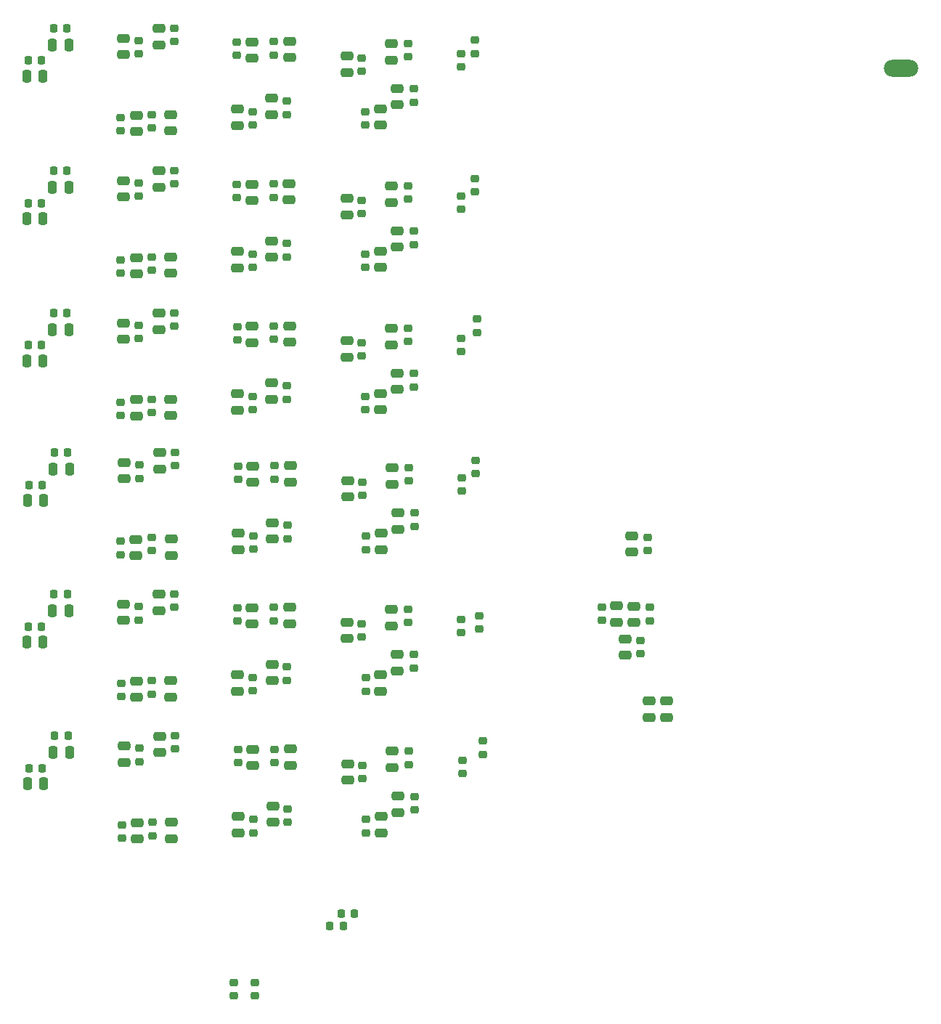
<source format=gbp>
G04 #@! TF.GenerationSoftware,KiCad,Pcbnew,8.0.3-8.0.3-0~ubuntu20.04.1*
G04 #@! TF.CreationDate,2024-09-26T03:44:41-03:00*
G04 #@! TF.ProjectId,EEG_board,4545475f-626f-4617-9264-2e6b69636164,rev?*
G04 #@! TF.SameCoordinates,Original*
G04 #@! TF.FileFunction,Paste,Bot*
G04 #@! TF.FilePolarity,Positive*
%FSLAX46Y46*%
G04 Gerber Fmt 4.6, Leading zero omitted, Abs format (unit mm)*
G04 Created by KiCad (PCBNEW 8.0.3-8.0.3-0~ubuntu20.04.1) date 2024-09-26 03:44:41*
%MOMM*%
%LPD*%
G01*
G04 APERTURE LIST*
G04 Aperture macros list*
%AMRoundRect*
0 Rectangle with rounded corners*
0 $1 Rounding radius*
0 $2 $3 $4 $5 $6 $7 $8 $9 X,Y pos of 4 corners*
0 Add a 4 corners polygon primitive as box body*
4,1,4,$2,$3,$4,$5,$6,$7,$8,$9,$2,$3,0*
0 Add four circle primitives for the rounded corners*
1,1,$1+$1,$2,$3*
1,1,$1+$1,$4,$5*
1,1,$1+$1,$6,$7*
1,1,$1+$1,$8,$9*
0 Add four rect primitives between the rounded corners*
20,1,$1+$1,$2,$3,$4,$5,0*
20,1,$1+$1,$4,$5,$6,$7,0*
20,1,$1+$1,$6,$7,$8,$9,0*
20,1,$1+$1,$8,$9,$2,$3,0*%
G04 Aperture macros list end*
%ADD10O,4.000000X2.000000*%
%ADD11RoundRect,0.225000X-0.250000X0.225000X-0.250000X-0.225000X0.250000X-0.225000X0.250000X0.225000X0*%
%ADD12RoundRect,0.250000X-0.475000X0.250000X-0.475000X-0.250000X0.475000X-0.250000X0.475000X0.250000X0*%
%ADD13RoundRect,0.250000X0.475000X-0.250000X0.475000X0.250000X-0.475000X0.250000X-0.475000X-0.250000X0*%
%ADD14RoundRect,0.225000X0.250000X-0.225000X0.250000X0.225000X-0.250000X0.225000X-0.250000X-0.225000X0*%
%ADD15RoundRect,0.250000X0.250000X0.475000X-0.250000X0.475000X-0.250000X-0.475000X0.250000X-0.475000X0*%
%ADD16RoundRect,0.225000X0.225000X0.250000X-0.225000X0.250000X-0.225000X-0.250000X0.225000X-0.250000X0*%
%ADD17RoundRect,0.225000X-0.225000X-0.250000X0.225000X-0.250000X0.225000X0.250000X-0.225000X0.250000X0*%
G04 APERTURE END LIST*
D10*
X145200000Y-63580000D03*
D11*
X60422950Y-75455000D03*
X60422950Y-77005000D03*
D12*
X84461464Y-101453822D03*
X84461464Y-103353822D03*
D13*
X60100000Y-153340000D03*
X60100000Y-151440000D03*
X71801464Y-102133822D03*
X71801464Y-100233822D03*
D14*
X95460000Y-61815000D03*
X95460000Y-60265000D03*
X67850000Y-144515000D03*
X67850000Y-142965000D03*
X93910000Y-129330000D03*
X93910000Y-127780000D03*
D13*
X69500000Y-62350000D03*
X69500000Y-60450000D03*
D14*
X57880000Y-153005000D03*
X57880000Y-151455000D03*
D12*
X84480000Y-134240000D03*
X84480000Y-136140000D03*
D14*
X67750000Y-62025000D03*
X67750000Y-60475000D03*
D13*
X71900000Y-151440000D03*
X71900000Y-149540000D03*
D15*
X45212928Y-113905000D03*
X43312928Y-113905000D03*
D14*
X88345000Y-84085000D03*
X88345000Y-82535000D03*
D13*
X86435000Y-84400000D03*
X86435000Y-82500000D03*
X71795000Y-85550000D03*
X71795000Y-83650000D03*
D14*
X57780000Y-70515000D03*
X57780000Y-68965000D03*
D13*
X54587928Y-111410000D03*
X54587928Y-109510000D03*
D11*
X87767928Y-110115000D03*
X87767928Y-111665000D03*
D15*
X48212928Y-110305000D03*
X46312928Y-110305000D03*
D14*
X67770000Y-127995000D03*
X67770000Y-126445000D03*
X57790000Y-119795000D03*
X57790000Y-118245000D03*
D11*
X69637928Y-118075000D03*
X69637928Y-119625000D03*
D15*
X48145000Y-126815000D03*
X46245000Y-126815000D03*
D13*
X86527928Y-117260000D03*
X86527928Y-115360000D03*
D12*
X117790000Y-137290000D03*
X117790000Y-139190000D03*
D15*
X45225000Y-146935000D03*
X43325000Y-146935000D03*
D13*
X54501464Y-95133822D03*
X54501464Y-93233822D03*
D16*
X44950000Y-62645000D03*
X43400000Y-62645000D03*
D12*
X67755000Y-84890000D03*
X67755000Y-86790000D03*
D15*
X48225000Y-143335000D03*
X46325000Y-143335000D03*
D13*
X71820000Y-134920000D03*
X71820000Y-133020000D03*
D14*
X82281464Y-97058822D03*
X82281464Y-95508822D03*
D13*
X58627950Y-60800000D03*
X58627950Y-58900000D03*
D12*
X112970000Y-130070000D03*
X112970000Y-131970000D03*
D13*
X54520000Y-127920000D03*
X54520000Y-126020000D03*
X86460000Y-133770000D03*
X86460000Y-131870000D03*
D14*
X72001464Y-95158822D03*
X72001464Y-93608822D03*
X54170000Y-120245000D03*
X54170000Y-118695000D03*
D13*
X60000000Y-70850000D03*
X60000000Y-68950000D03*
D12*
X84560000Y-150760000D03*
X84560000Y-152660000D03*
D13*
X60001464Y-104033822D03*
X60001464Y-102133822D03*
X69587928Y-111810000D03*
X69587928Y-109910000D03*
D11*
X60427950Y-58855000D03*
X60427950Y-60405000D03*
D12*
X85780000Y-126640000D03*
X85780000Y-128540000D03*
D14*
X56387928Y-111335000D03*
X56387928Y-109785000D03*
D16*
X45037928Y-112105000D03*
X43487928Y-112105000D03*
D14*
X82280000Y-63875000D03*
X82280000Y-62325000D03*
X72100000Y-144465000D03*
X72100000Y-142915000D03*
D11*
X110290000Y-126355000D03*
X110290000Y-127905000D03*
D14*
X73570000Y-134895000D03*
X73570000Y-133345000D03*
X67751464Y-95208822D03*
X67751464Y-93658822D03*
D11*
X95990000Y-127355000D03*
X95990000Y-128905000D03*
X95760000Y-92765000D03*
X95760000Y-94315000D03*
D16*
X47926464Y-92028822D03*
X46376464Y-92028822D03*
D13*
X60087928Y-120310000D03*
X60087928Y-118410000D03*
D14*
X71995000Y-78575000D03*
X71995000Y-77025000D03*
X93977928Y-112820000D03*
X93977928Y-111270000D03*
D12*
X84547928Y-117730000D03*
X84547928Y-119630000D03*
D16*
X44945000Y-79245000D03*
X43395000Y-79245000D03*
D13*
X71887928Y-118410000D03*
X71887928Y-116510000D03*
D14*
X56300000Y-61875000D03*
X56300000Y-60325000D03*
D11*
X87780000Y-143145000D03*
X87780000Y-144695000D03*
D14*
X88370000Y-133455000D03*
X88370000Y-131905000D03*
D12*
X84455000Y-84870000D03*
X84455000Y-86770000D03*
D15*
X45126464Y-97628822D03*
X43226464Y-97628822D03*
D11*
X69545000Y-85215000D03*
X69545000Y-86765000D03*
D14*
X82367928Y-113335000D03*
X82367928Y-111785000D03*
X57800000Y-136485000D03*
X57800000Y-134935000D03*
X54300000Y-153315000D03*
X54300000Y-151765000D03*
D11*
X69857500Y-170115000D03*
X69857500Y-171665000D03*
D16*
X44970000Y-128615000D03*
X43420000Y-128615000D03*
D11*
X82807928Y-118085000D03*
X82807928Y-119635000D03*
D14*
X67745000Y-78625000D03*
X67745000Y-77075000D03*
D11*
X95570000Y-109245000D03*
X95570000Y-110795000D03*
D14*
X93885000Y-79960000D03*
X93885000Y-78410000D03*
X56320000Y-127845000D03*
X56320000Y-126295000D03*
D11*
X87680000Y-60655000D03*
X87680000Y-62205000D03*
X87681464Y-93838822D03*
X87681464Y-95388822D03*
D13*
X73851464Y-95483822D03*
X73851464Y-93583822D03*
D14*
X72020000Y-127945000D03*
X72020000Y-126395000D03*
X57781464Y-103698822D03*
X57781464Y-102148822D03*
D13*
X73950000Y-144790000D03*
X73950000Y-142890000D03*
D11*
X60429414Y-92038822D03*
X60429414Y-93588822D03*
D13*
X55940000Y-120350000D03*
X55940000Y-118450000D03*
D14*
X88437928Y-116945000D03*
X88437928Y-115395000D03*
X67837928Y-111485000D03*
X67837928Y-109935000D03*
D11*
X82740000Y-134595000D03*
X82740000Y-136145000D03*
X95460000Y-76395000D03*
X95460000Y-77945000D03*
D14*
X88450000Y-149975000D03*
X88450000Y-148425000D03*
X82300000Y-129845000D03*
X82300000Y-128295000D03*
D13*
X80560000Y-64030000D03*
X80560000Y-62130000D03*
D14*
X73650000Y-151415000D03*
X73650000Y-149865000D03*
D13*
X58727950Y-143290000D03*
X58727950Y-141390000D03*
X86540000Y-150290000D03*
X86540000Y-148390000D03*
D11*
X67347500Y-170115000D03*
X67347500Y-171665000D03*
D12*
X67761464Y-101473822D03*
X67761464Y-103373822D03*
D16*
X80120000Y-163560000D03*
X78570000Y-163560000D03*
D15*
X45145000Y-130415000D03*
X43245000Y-130415000D03*
D12*
X85847928Y-110130000D03*
X85847928Y-112030000D03*
D13*
X55995000Y-87500000D03*
X55995000Y-85600000D03*
D11*
X87700000Y-126625000D03*
X87700000Y-128175000D03*
D12*
X67760000Y-68290000D03*
X67760000Y-70190000D03*
D11*
X60515878Y-108315000D03*
X60515878Y-109865000D03*
X69551464Y-101798822D03*
X69551464Y-103348822D03*
X69550000Y-68615000D03*
X69550000Y-70165000D03*
D17*
X79900000Y-162060000D03*
X81450000Y-162060000D03*
D11*
X96400000Y-141965000D03*
X96400000Y-143515000D03*
D12*
X115780000Y-137290000D03*
X115780000Y-139190000D03*
D14*
X54201464Y-104008822D03*
X54201464Y-102458822D03*
D11*
X82820000Y-151115000D03*
X82820000Y-152665000D03*
X82720000Y-68625000D03*
X82720000Y-70175000D03*
D14*
X82380000Y-146365000D03*
X82380000Y-144815000D03*
D13*
X69495000Y-78950000D03*
X69495000Y-77050000D03*
D14*
X56295000Y-78475000D03*
X56295000Y-76925000D03*
D13*
X73937928Y-111760000D03*
X73937928Y-109860000D03*
D14*
X72000000Y-61975000D03*
X72000000Y-60425000D03*
D11*
X114770000Y-130255000D03*
X114770000Y-131805000D03*
D16*
X47920000Y-75445000D03*
X46370000Y-75445000D03*
X47945000Y-124815000D03*
X46395000Y-124815000D03*
D11*
X82715000Y-85225000D03*
X82715000Y-86775000D03*
D15*
X48120000Y-77445000D03*
X46220000Y-77445000D03*
D14*
X115610000Y-119765000D03*
X115610000Y-118215000D03*
X88351464Y-100668822D03*
X88351464Y-99118822D03*
X73637928Y-118385000D03*
X73637928Y-116835000D03*
X88350000Y-67485000D03*
X88350000Y-65935000D03*
D13*
X80647928Y-113490000D03*
X80647928Y-111590000D03*
X86440000Y-67800000D03*
X86440000Y-65900000D03*
D16*
X48012928Y-108305000D03*
X46462928Y-108305000D03*
D11*
X115860000Y-126395000D03*
X115860000Y-127945000D03*
D12*
X67780000Y-134260000D03*
X67780000Y-136160000D03*
D14*
X73551464Y-102108822D03*
X73551464Y-100558822D03*
X54195000Y-87425000D03*
X54195000Y-85875000D03*
D13*
X80561464Y-97213822D03*
X80561464Y-95313822D03*
D14*
X94020000Y-145775000D03*
X94020000Y-144225000D03*
D13*
X80660000Y-146520000D03*
X80660000Y-144620000D03*
X69520000Y-128320000D03*
X69520000Y-126420000D03*
X73850000Y-62300000D03*
X73850000Y-60400000D03*
D11*
X69650000Y-151105000D03*
X69650000Y-152655000D03*
D15*
X45125000Y-64445000D03*
X43225000Y-64445000D03*
D12*
X85761464Y-93853822D03*
X85761464Y-95753822D03*
D16*
X45050000Y-145135000D03*
X43500000Y-145135000D03*
D14*
X93890000Y-63360000D03*
X93890000Y-61810000D03*
D15*
X48126464Y-94028822D03*
X46226464Y-94028822D03*
D13*
X80580000Y-130000000D03*
X80580000Y-128100000D03*
D14*
X54200000Y-70825000D03*
X54200000Y-69275000D03*
D12*
X85755000Y-77270000D03*
X85755000Y-79170000D03*
D11*
X60527950Y-141345000D03*
X60527950Y-142895000D03*
D15*
X48125000Y-60845000D03*
X46225000Y-60845000D03*
D13*
X54500000Y-61950000D03*
X54500000Y-60050000D03*
D15*
X45120000Y-81045000D03*
X43220000Y-81045000D03*
D11*
X69570000Y-134585000D03*
X69570000Y-136135000D03*
D13*
X80555000Y-80630000D03*
X80555000Y-78730000D03*
D14*
X73545000Y-85525000D03*
X73545000Y-83975000D03*
X54220000Y-136795000D03*
X54220000Y-135245000D03*
D13*
X59995000Y-87450000D03*
X59995000Y-85550000D03*
X56020000Y-136870000D03*
X56020000Y-134970000D03*
D12*
X67847928Y-117750000D03*
X67847928Y-119650000D03*
D14*
X72087928Y-111435000D03*
X72087928Y-109885000D03*
D16*
X44951464Y-95828822D03*
X43401464Y-95828822D03*
D13*
X69600000Y-144840000D03*
X69600000Y-142940000D03*
D12*
X114050000Y-126250000D03*
X114050000Y-128150000D03*
D13*
X73845000Y-78900000D03*
X73845000Y-77000000D03*
D14*
X82275000Y-80475000D03*
X82275000Y-78925000D03*
D13*
X73870000Y-128270000D03*
X73870000Y-126370000D03*
X58715878Y-110260000D03*
X58715878Y-108360000D03*
X113780000Y-119960000D03*
X113780000Y-118060000D03*
X54495000Y-78550000D03*
X54495000Y-76650000D03*
D11*
X60447950Y-124825000D03*
X60447950Y-126375000D03*
D12*
X112030000Y-126230000D03*
X112030000Y-128130000D03*
D13*
X58629414Y-93983822D03*
X58629414Y-92083822D03*
D16*
X48025000Y-141335000D03*
X46475000Y-141335000D03*
D14*
X93891464Y-96543822D03*
X93891464Y-94993822D03*
X73550000Y-68925000D03*
X73550000Y-67375000D03*
D11*
X82721464Y-101808822D03*
X82721464Y-103358822D03*
D14*
X56301464Y-95058822D03*
X56301464Y-93508822D03*
D11*
X87675000Y-77255000D03*
X87675000Y-78805000D03*
D13*
X71800000Y-68950000D03*
X71800000Y-67050000D03*
X58622950Y-77400000D03*
X58622950Y-75500000D03*
D14*
X57775000Y-87115000D03*
X57775000Y-85565000D03*
X56400000Y-144365000D03*
X56400000Y-142815000D03*
D13*
X58647950Y-126770000D03*
X58647950Y-124870000D03*
D12*
X85760000Y-60670000D03*
X85760000Y-62570000D03*
D16*
X47925000Y-58845000D03*
X46375000Y-58845000D03*
D13*
X86441464Y-100983822D03*
X86441464Y-99083822D03*
D12*
X67860000Y-150780000D03*
X67860000Y-152680000D03*
D13*
X56001464Y-104083822D03*
X56001464Y-102183822D03*
X54600000Y-144440000D03*
X54600000Y-142540000D03*
D12*
X84460000Y-68270000D03*
X84460000Y-70170000D03*
D13*
X69501464Y-95533822D03*
X69501464Y-93633822D03*
X56000000Y-70900000D03*
X56000000Y-69000000D03*
X60020000Y-136820000D03*
X60020000Y-134920000D03*
X56100000Y-153390000D03*
X56100000Y-151490000D03*
D12*
X85860000Y-143160000D03*
X85860000Y-145060000D03*
M02*

</source>
